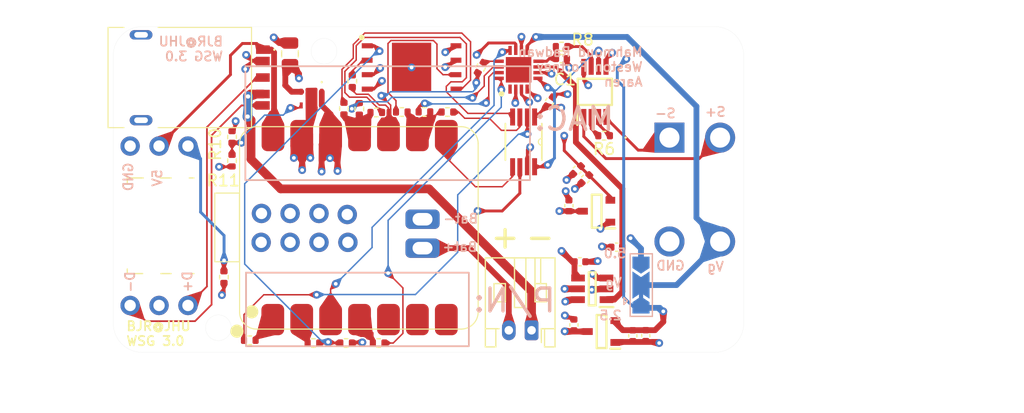
<source format=kicad_pcb>
(kicad_pcb (version 20240108) (generator "pcbnew") (generator_version "8.0")
  (layers (0 "F.Cu" signal "Front") (1 "In1.Cu" signal) (2 "In2.Cu" signal) (31 "B.Cu" signal "Back") (34 "B.Paste" user) (35 "F.Paste" user) (36 "B.SilkS" user "B.Silkscreen") (37 "F.SilkS" user "F.Silkscreen") (38 "B.Mask" user) (39 "F.Mask" user) (44 "Edge.Cuts" user))
  (net 0 "")
  (net 1 "FilteredSig")
  (net 2 "GNDA")
  (net 3 "5V5")
  (net 4 "5V Reference")
  (net 6 "DAC Bias")
  (net 7 "3V3")
  (net 8 "ADC DReady")
  (net 9 "MISO")
  (net 10 "MOSI")
  (net 11 "SCLK")
  (net 12 "CS-ADC")
  (net 14 "S-")
  (net 15 "2V5 Lin")
  (net 16 "5V Lin")
  (net 17 "S+")
  (net 18 "AmplifiedSig")
  (net 19 "CS-MEM")
  (net 20 "5V USB")
  (net 21 "USB_D+")
  (net 22 "USB_D-")
  (net 25 "Net-(PS2-FB)")
  (net 26 "CS-DAC")
  (net 27 "Net-(U1-PA02_A0_D0)")
  (net 28 "Net-(U1-PA4_A1_D1)")
  (net 29 "Net-(U1-PA11_A3_D3)")
  (net 30 "LDAC-DAC")
  (net 31 "Net-(J3-CC)")
  (net 34 "BAT-")
  (net 35 "BAT+")
  (net 42 "MISO_ADC")
  (net 43 "MOSI_ADC")
  (net 44 "SCLK_ADC")
  (net 45 "MISO_FLASH")
  (net 46 "MOSI_FLASH")
  (net 47 "SCLK_FLASH")
  (net 48 "SCLK_DAC")
  (net 49 "MOSI_DAC")
  (net 52 "Gage Excitation")
  (net 54 "Net-(IC3-RG_2)")
  (net 55 "Net-(IC3-RG_1)")
  (footprint "21xt_footprints:AP2120N-2.5TRG1" (layer "F.Cu") (at 42.89 26.78 180)
    (property "Reference" "PS1" (hide yes))
    (property "Value" "AP2120N-2.5TRG1" (hide yes))
  )
  (footprint "21xt_footprints:AP2120N-5.0TRG1" (layer "F.Cu") (at 42.46 16.21 180)
    (property "Reference" "PS3" (hide yes))
    (property "Value" "AP2120N-5.0TRG1" (hide yes))
  )
  (footprint "21xt_footprints:USB_C_PLACE" (layer "F.Cu") (at 1.48 17.49 90)
    (property "Reference" "J3" (hide yes))
    (property "Value" "USB_C_Plug_USB2.0")
  )
  (footprint "Capacitor_SMD:C_0402_1005Metric" (layer "F.Cu") (at 38.32 6.6 -125)
    (property "Reference" "C6" (hide yes))
    (property "Value" ".1uF")
  )
  (footprint "Resistor_SMD:R_0402_1005Metric" (layer "F.Cu") (at 39.38 1.75 180)
    (property "Reference" "R8")
    (property "Value" "1k")
  )
  (footprint "Capacitor_SMD:C_0402_1005Metric" (layer "F.Cu") (at 46.77 27.14 -90)
    (property "Reference" "C5" (hide yes))
    (property "Value" "10uF")
  )
  (footprint "21xt_footprints:SOT95P280X145-6N" (layer "F.Cu") (at 42.07 23.03 180)
    (property "Reference" "IC2" (hide yes))
    (property "Value" "MCP1502T-50E_CHY" (hide yes))
  )
  (footprint "Resistor_SMD:R_0402_1005Metric" (layer "F.Cu") (at 9.72 22 -90)
    (property "Reference" "R13" (hide yes))
    (property "Value" "5k")
  )
  (footprint "Capacitor_SMD:C_0402_1005Metric" (layer "F.Cu") (at 44.22 19.37 180)
    (property "Reference" "C9" (hide yes))
    (property "Value" "1uF")
  )
  (footprint "Capacitor_SMD:C_0805_2012Metric" (layer "F.Cu") (at 15.52 2.39 90)
    (property "Reference" "C8" (hide yes))
    (property "Value" "47uF")
  )
  (footprint "21xt_footprints:AD5626" (layer "F.Cu") (at 36.04 10.12 -90)
    (property "Reference" "U2" (hide yes))
    (property "Value" "AD5626BRMZ")
  )
  (footprint "21xt_footprints:DTF134PG003" (layer "F.Cu") (at 48.85 9.75 180)
    (property "Reference" "J1" (hide yes))
    (property "Value" "ATF13-4P-BM13" (hide yes))
  )
  (footprint "Resistor_SMD:R_0402_1005Metric" (layer "F.Cu") (at 25.34 7.5)
    (property "Reference" "R3" (hide yes))
    (property "Value" "45.5")
  )
  (footprint "Resistor_SMD:R_0402_1005Metric" (layer "F.Cu") (at 32.27 3.6 -120)
    (property "Reference" "R14" (hide yes))
    (property "Value" "45.5")
  )
  (footprint "Capacitor_SMD:C_0402_1005Metric" (layer "F.Cu") (at 41.47 13.38 -135)
    (property "Reference" "C10" (hide yes))
    (property "Value" "1uF")
  )
  (footprint "Capacitor_SMD:C_0402_1005Metric" (layer "F.Cu") (at 40.99 20.65)
    (property "Reference" "C2" (hide yes))
    (property "Value" "0.1uF")
  )
  (footprint "Resistor_SMD:R_0402_1005Metric" (layer "F.Cu") (at 20.45 27.79 180)
    (property "Reference" "R12" (hide yes))
    (property "Value" "100k")
  )
  (footprint "21xt_footprints:SON127P800X600X80-9N-D" (layer "F.Cu") (at 26.2 3.585)
    (property "Reference" "IC4" (hide yes))
    (property "Value" "W25N04KVZEIR" (hide yes))
  )
  (footprint "21xt_footprints:INA827AIDGK" (layer "F.Cu") (at 42.3 5.73 90)
    (property "Reference" "IC3" (hide yes))
    (property "Value" "INA827AIDGK" (hide yes))
  )
  (footprint "Resistor_SMD:R_0402_1005Metric" (layer "F.Cu") (at 11.99 27.55)
    (property "Reference" "R4" (hide yes))
    (property "Value" "45.5")
  )
  (footprint "Resistor_SMD:R_0402_1005Metric" (layer "F.Cu") (at 43.11 9.58 180)
    (property "Reference" "R6")
    (property "Value" "200")
  )
  (footprint "Capacitor_SMD:C_0402_1005Metric" (layer "F.Cu") (at 40.02 15.73 90)
    (property "Reference" "C7" (hide yes))
    (property "Value" "1uF")
  )
  (footprint "Capacitor_SMD:C_0402_1005Metric" (layer "F.Cu") (at 40.74 12.59 -135)
    (property "Reference" "C11" (hide yes))
    (property "Value" "10uF")
  )
  (footprint "Capacitor_SMD:C_0402_1005Metric" (layer "F.Cu") (at 39.36 2.81)
    (property "Reference" "C1")
    (property "Value" "10nF")
  )
  (footprint "Resistor_SMD:R_0402_1005Metric" (layer "F.Cu") (at 10.43 9.69 -90)
    (property "Reference" "R10")
    (property "Value" "80.6k")
  )
  (footprint "Resistor_SMD:R_0402_1005Metric" (layer "F.Cu") (at 29.35 7.5 180)
    (property "Reference" "R2" (hide yes))
    (property "Value" "45.5")
  )
  (footprint "Resistor_SMD:R_0402_1005Metric" (layer "F.Cu") (at 23.31 27.79 180)
    (property "Reference" "R7" (hide yes))
    (property "Value" "45.5")
  )
  (footprint "Resistor_SMD:R_0402_1005Metric" (layer "F.Cu") (at 27.33 7.49)
    (property "Reference" "R1" (hide yes))
    (property "Value" "45.5")
  )
  (footprint "Resistor_SMD:R_0402_1005Metric" (layer "F.Cu") (at 10.43 11.77 -90)
    (property "Reference" "R11")
    (property "Value" "806k")
  )
  (footprint "Capacitor_SMD:C_0402_1005Metric" (layer "F.Cu") (at 45.63 27.15 -90)
    (property "Reference" "C4" (hide yes))
    (property "Value" "1uF")
  )
  (footprint "21xt_footprints:TPSM83100SIUR" (layer "F.Cu") (at 17.41 6.32 -90)
    (property "Reference" "PS2" (hide yes))
    (property "Value" "TPSM83100SIUR" (hide yes))
  )
  (footprint "Resistor_SMD:R_0402_1005Metric" (layer "F.Cu") (at 20.99 4.79 -90)
    (property "Reference" "R16" (hide yes))
    (property "Value" "45.5")
  )
  (footprint "21xt_footprints:QFN50P350X350X100-17N-D" (layer "F.Cu") (at 35.6 3.79 90)
    (property "Reference" "IC1" (hide yes))
    (property "Value" "ADS1120IRVAR" (hide yes))
  )
  (footprint "Capacitor_SMD:C_0402_1005Metric" (layer "F.Cu") (at 40.46 26.2 90)
    (property "Reference" "C3" (hide yes))
    (property "Value" "1uF")
  )
  (footprint "Connector_JST:JST_PH_S2B-PH-K_1x02_P2.00mm_Horizontal" (layer "F.Cu") (at 36.74 26.67 180)
    (property "Reference" "J4" (hide yes))
    (property "Value" "Conn_01x02")
  )
  (footprint "21xt_footprints:esp32 c6 smt" (layer "F.Cu") (at 21.6085 17.4484 90)
    (property "Reference" "U1" (hide yes))
    (property "Value" "esp32 c6 xiao")
  )
  (footprint "Resistor_SMD:R_0402_1005Metric" (layer "F.Cu") (at 21.61 7.22 -90)
    (property "Reference" "R17" (hide yes))
    (property "Value" "45.5")
  )
  (footprint "21xt_footprints:SJ3541ASSMTTR67" (layer "F.Cu") (at 5.19 4.47)
    (property "Reference" "J2" (hide yes))
    (property "Value" "SJ-3541AS-SMT-TR-67" (hide yes))
  )
  (footprint "Resistor_SMD:R_0402_1005Metric" (layer "F.Cu") (at 20.26 7.2 -90)
    (property "Reference" "R19" (hide yes))
    (property "Value" "45.5")
  )
  (footprint "Resistor_SMD:R_0402_1005Metric" (layer "F.Cu") (at 17.58 27.79 180)
    (property "Reference" "R5" (hide yes))
    (property "Value" "45.5")
  )
  (footprint "Resistor_SMD:R_0402_1005Metric" (layer "F.Cu") (at 23.1 7.54 180)
    (property "Reference" "R18" (hide yes))
    (property "Value" "45.5")
  )
  (footprint "21xt_footprints:SolderJumper-3_P2.0mm_Open_TrianglePad1.0x1.5mm" (layer "B.Cu") (at 46.35 22.7 90)
    (property "Reference" "JP1" (hide yes))
    (property "Value" "Jumper_3_Bridged12")
  )
  (gr_rect (start 11.66 21.61) (end 31.23 28.07) (stroke (width 0.1524)) (fill none) (layer "B.SilkS"))
  (gr_rect (start 11.6 3.48) (end 36.6 13.48) (stroke (width 0.1524)) (fill none) (layer "B.SilkS"))
  (gr_arc (start 52.832 0) (mid 54.62805 0.74395) (end 55.372 2.54) (stroke (width 0.01)) (layer "Edge.Cuts"))
  (gr_circle (center 18.51025 2.159127) (end 19.64055 2.159127) (stroke (width 0.01)) (fill none) (layer "Edge.Cuts"))
  (gr_line (start 2.54 28.60675) (end 52.832 28.60675) (stroke (width 0.01)) (layer "Edge.Cuts"))
  (gr_arc (start 55.372 26.06675) (mid 54.628051 27.862801) (end 52.832 28.60675) (stroke (width 0.01)) (layer "Edge.Cuts"))
  (gr_circle (center 9.23125 26.447877) (end 10.36155 26.447877) (stroke (width 0.01)) (fill none) (layer "Edge.Cuts"))
  (gr_line (start 52.832 0) (end 2.54 0) (stroke (width 0.01)) (layer "Edge.Cuts"))
  (gr_line (start 55.372 26.06675) (end 55.372 2.54) (stroke (width 0.01)) (layer "Edge.Cuts"))
  (gr_arc (start 0 2.54) (mid 0.743949 0.743949) (end 2.54 0) (stroke (width 0.01)) (layer "Edge.Cuts"))
  (gr_arc (start 2.54 28.60675) (mid 0.743948 27.862801) (end 0 26.06675) (stroke (width 0.01)) (layer "Edge.Cuts"))
  (gr_line (start 0 2.54) (end 0 26.06675) (stroke (width 0.01)) (layer "Edge.Cuts"))
  (gr_text "Vg" (at 53.71 21.56 0) (layer "B.SilkS") (effects (font (size 0.8128 0.8128) (thickness 0.1524) (bold yes)) (justify left bottom mirror)))
  (gr_text "BJR@JHU\nWSG 3.0" (at 9.72 3.09 0) (layer "B.SilkS") (effects (font (size 0.8128 0.8128) (thickness 0.1524) (bold yes)) (justify left bottom mirror)))
  (gr_text "Vg\n" (at 44.75 22.96 0) (layer "B.SilkS") (effects (font (size 0.8128 0.8128) (thickness 0.1524) (bold yes)) (justify left bottom mirror)))
  (gr_text "5.0" (at 45.13 20.39 0) (layer "B.SilkS") (effects (font (size 0.8128 0.8128) (thickness 0.1524) (bold yes)) (justify left bottom mirror)))
  (gr_text "Bat-" (at 32.13 17.34 0) (layer "B.SilkS") (effects (font (size 0.8128 0.8128) (thickness 0.1524) (bold yes)) (justify left bottom mirror)))
  (gr_text "S+" (at 53.87 7.96 0) (layer "B.SilkS") (effects (font (size 0.8128 0.8128) (thickness 0.1524) (bold yes)) (justify left bottom mirror)))
  (gr_text "Mahmoud Radwan\nWeston Fortney\nAaren" (at 46.58 5.32 0) (layer "B.SilkS") (effects (font (size 0.8128 0.8128) (thickness 0.1524) (bold yes)) (justify left bottom mirror)))
  (gr_text "GND" (at 50.28 21.47 0) (layer "B.SilkS") (effects (font (size 0.8128 0.8128) (thickness 0.1524) (bold yes)) (justify left bottom mirror)))
  (gr_text "GND" (at 1.79 11.86 90) (layer "B.SilkS") (effects (font (size 0.8128 0.8128) (thickness 0.1524) (bold yes)) (justify left bottom mirror)))
  (gr_text "MAC:" (at 44.16 9.28 0) (layer "B.SilkS") (effects (font (size 2 2) (thickness 0.3)) (justify left bottom mirror)))
  (gr_text "5V" (at 4.34 12.46 90) (layer "B.SilkS") (effects (font (size 0.8128 0.8128) (thickness 0.1524) (bold yes)) (justify left bottom mirror)))
  (gr_text "D+" (at 6.98 21.39 90) (layer "B.SilkS") (effects (font (size 0.8128 0.8128) (thickness 0.1524) (bold yes)) (justify left bottom mirror)))
  (gr_text "D-" (at 1.95 21.41 90) (layer "B.SilkS") (effects (font (size 0.8128 0.8128) (thickness 0.1524) (bold yes)) (justify left bottom mirror)))
  (gr_text "Bat+" (at 32.05 19.82 0) (layer "B.SilkS") (effects (font (size 0.8128 0.8128) (thickness 0.1524) (bold yes)) (justify left bottom mirror)))
  (gr_text "S-" (at 49.48 8.09 0) (layer "B.SilkS") (effects (font (size 0.8128 0.8128) (thickness 0.1524) (bold yes)) (justify left bottom mirror)))
  (gr_text "2.5" (at 44.74 25.84 0) (layer "B.SilkS") (effects (font (size 0.8128 0.8128) (thickness 0.1524) (bold yes)) (justify left bottom mirror)))
  (gr_text "P/N:" (at 39 25.22 0) (layer "B.SilkS") (effects (font (size 2 2) (thickness 0.3)) (justify left bottom mirror)))
  (gr_text "BJR@JHU\nWSG 3.0" (at 1.07 28.09 0) (layer "F.SilkS") (effects (font (size 0.8128 0.8128) (thickness 0.1524) (bold yes)) (justify left bottom)))
  (gr_text "+" (at 32.98 19.62 0) (layer "F.SilkS") (effects (font (size 2 2) (thickness 0.3)) (justify left bottom)))
  (gr_text "-" (at 36.06 19.62 0) (layer "F.SilkS") (effects (font (size 2 2) (thickness 0.3)) (justify left bottom)))
  (segment (start 38.07 3.04) (end 38.3 2.81) (width 0.254) (layer "F.Cu") (net 1))
  (segment (start 38.87 2.8) (end 38.88 2.81) (width 0.254) (layer "F.Cu") (net 1))
  (segment (start 37.3 3.04) (end 38.07 3.04) (width 0.254) (layer "F.Cu") (net 1))
  (segment (start 38.87 1.75) (end 38.87 2.8) (width 0.254) (layer "F.Cu") (net 1))
  (segment (start 38.3 2.81) (end 38.88 2.81) (width 0.254) (layer "F.Cu") (net 1))
  (segment (start 42.93 19.31) (end 42.99 19.37) (width 0.254) (layer "F.Cu") (net 2))
  (segment (start 42.92 19.31) (end 42.93 19.31) (width 0.254) (layer "F.Cu") (net 2))
  (segment (start 16.59 9.605) (end 16.55 9.565) (width 0.508) (layer "F.Cu") (net 2))
  (segment (start 9.72 22.51) (end 9.72 23.4) (width 0.254) (layer "F.Cu") (net 2))
  (segment (start 9.72 23.4) (end 9.54 23.58) (width 0.254) (layer "F.Cu") (net 2))
  (segment (start 15.52 1.44) (end 14.58 1.44) (width 0.508) (layer "F.Cu") (net 2))
  (segment (start 40.02 15.25) (end 39.87 15.1) (width 0.254) (layer "F.Cu") (net 2))
  (segment (start 42.49 20.65) (end 41.47 20.65) (width 0.508) (layer "F.Cu") (net 2))
  (segment (start 16.59 12.6) (end 16.59 9.605) (width 0.508) (layer "F.Cu") (net 2))
  (segment (start 10.75 8.86) (end 10.43 9.18) (width 0.127) (layer "F.Cu") (net 2))
  (segment (start 39.87 15.1) (end 39.87 14.58) (width 0.254) (layer "F.Cu") (net 2))
  (segment (start 39.66 25.37) (end 39.91 25.37) (width 0.127) (layer "F.Cu") (net 2))
  (segment (start 40.26 25.72) (end 40.46 25.72) (width 0.127) (layer "F.Cu") (net 2))
  (segment (start 35.85 5.49) (end 35.85 5.96) (width 0.254) (layer "F.Cu") (net 2))
  (segment (start 11.67 2.48) (end 12.21 3.02) (width 0.254) (layer "F.Cu") (net 2))
  (segment (start 14.58 1.44) (end 14.09 0.95) (width 0.508) (layer "F.Cu") (net 2))
  (segment (start 11.59 3.64) (end 12.21 3.02) (width 0.254) (layer "F.Cu") (net 2))
  (segment (start 42.1 21.72) (end 42.46 22.08) (width 0.508) (layer "F.Cu") (net 2))
  (segment (start 15.86 10.255) (end 16.55 9.565) (width 0.508) (layer "F.Cu") (net 2))
  (segment (start 40.62 14.26) (end 40.7 14.18) (width 0.254) (layer "F.Cu") (net 2))
  (segment (start 39.87 14.58) (end 39.74 14.45) (width 0.254) (layer "F.Cu") (net 2))
  (segment (start 17.3 10.315) (end 16.55 9.565) (width 0.508) (layer "F.Cu") (net 2))
  (segment (start 39.84 3.4) (end 39.84 2.81) (width 0.254) (layer "F.Cu") (net 2))
  (segment (start 39.91 25.37) (end 40.26 25.72) (width 0.127) (layer "F.Cu") (net 2))
  (segment (start 15.86 11.53) (end 15.86 10.255) (width 0.508) (layer "F.Cu") (net 2))
  (segment (start 40.7 14.18) (end 40.7 14.15) (width 0.254) (layer "F.Cu") (net 2))
  (segment (start 42.08 23.06) (end 43.29 23.06) (width 0.508) (layer "F.Cu") (net 2))
  (segment (start 17.3 11.53) (end 17.3 10.315) (width 0.508) (layer "F.Cu") (net 2))
  (segment (start 10.75 8.3) (end 10.75 8.86) (width 0.127) (layer "F.Cu") (net 2))
  (segment (start 27.1281 16.95) (end 27.1617 16.9164) (width 0.762) (layer "F.Cu") (net 2))
  (segment (start 43.96 27.695) (end 47.855 27.695) (width 0.508) (layer "F.Cu") (net 2))
  (segment (start 40.54 14.26) (end 40.62 14.26) (width 0.254) (layer "F.Cu") (net 2))
  (segment (start 37.15 6.29) (end 36.35 5.49) (width 0.254) (layer "F.Cu") (net 2))
  (segment (start 39.9061 5.93) (end 38.872124 5.93) (width 0.254) (layer "F.Cu") (net 2))
  (segment (start 36.62 10.58) (end 36.3702 10.8298) (width 0.254) (layer "F.Cu") (net 2))
  (segment (start 38.872124 5.93) (end 38.595317 6.206807) (width 0.254) (layer "F.Cu") (net 2))
  (segment (start 35.85 5.96) (end 36.53 6.64) (width 0.254) (layer "F.Cu") (net 2))
  (segment (start 12.21 3.02) (end 13.14 3.02) (width 0.254) (layer "F.Cu") (net 2))
  (segment (start 40.350589 12.929411) (end 40.400589 12.929411) (width 0.254) (layer "F.Cu") (net 2))
  (segment (start 43.275 3.53) (end 43.275 2.825) (width 0.254) (layer "F.Cu") (net 2))
  (segment (start 40.05 3.61) (end 39.84 3.4) (width 0.254) (layer "F.Cu") (net 2))
  (segment (start 40.7 14.15) (end 41.130589 13.719411) (width 0.254) (layer "F.Cu") (net 2))
  (segment (start 43.275 2.825) (end 43.81 2.29) (width 0.254) (layer "F.Cu") (net 2))
  (segment (start 37.28 6.29) (end 37.15 6.29) (width 0.254) (layer "F.Cu") (net 2))
  (segment (start 42.99 19.37) (end 43.74 19.37) (width 0.254) (layer "F.Cu") (net 2))
  (segment (start 42.55 20.59) (end 42.49 20.65) (width 0.508) (layer "F.Cu") (net 2))
  (segment (start 23.5966 4.76) (end 22.8666 5.49) (width 0.254) (layer "F.Cu") (net 2))
  (segment (start 11.59 3.73) (end 11.59 3.64) (width 0.254) (layer "F.Cu") (net 2))
  (segment (start 35.31 6.71) (end 35.35 6.67) (width 0.254) (layer "F.Cu") (net 2))
  (segment (start 22.8666 5.49) (end 22.3 5.49) (width 0.254) (layer "F.Cu") (net 2))
  (segment (start 43.37 17.17) (end 43.66 17.17) (width 0.254) (layer "F.Cu") (net 2))
  (segment (start 35.35 6.67) (end 35.35 5.49) (width 0.254) (layer "F.Cu") (net 2))
  (segment (start 47.855 27.695) (end 47.95 27.79) (width 0.508) (layer "F.Cu") (net 2))
  (segment (start 42.78 17.76) (end 43.37 17.17) (width 0.254) (layer "F.Cu") (net 2))
  (segment (start 36.3702 10.8298) (end 36.3702 12.3044) (width 0.254) (layer "F.Cu") (net 2))
  (segment (start 42.03 23.11) (end 42.08 23.06) (width 0.508) (layer "F.Cu") (net 2))
  (segment (start 42.46 22.08) (end 43.32 22.08) (width 0.508) (layer "F.Cu") (net 2))
  (segment (start 43.29 23.06) (end 43.32 23.03) (width 0.508) (layer "F.Cu") (net 2))
  (segment (start 39.81 13.47) (end 40.350589 12.929411) (width 0.254) (layer "F.Cu") (net 2))
  (segment (start 38.49 4.1369) (end 38.3931 4.04) (width 0.254) (layer "F.Cu") (net 2))
  (segment (start 39.64 23.03) (end 40.82 23.03) (width 0.508) (layer "F.Cu") (net 2))
  (segment (start 38.3931 4.04) (end 37.3 4.04) (width 0.254) (layer "F.Cu") (net 2))
  (via (at 36.53 6.64) (size 0.6858) (drill 0.3302) (layers "F.Cu" "B.Cu") (net 2))
  (via (at 35.31 6.71) (size 0.6858) (drill 0.3302) (layers "F.Cu" "B.Cu") (net 2))
  (via (at 15.86 11.53) (size 0.6858) (drill 0.3302) (layers "F.Cu" "B.Cu") (net 2))
  (via (at 39.74 14.45) (size 0.6858) (drill 0.3302) (layers "F.Cu" "B.Cu") (net 2))
  (via (at 26.2 3.585) (size 0.6858) (drill 0.3302) (layers "F.Cu" "B.Cu") (net 2))
  (via (at 42.55 20.59) (size 0.6858) (drill 0.3302) (layers "F.Cu" "B.Cu") (net 2))
  (via (at 10.75 8.3) (size 0.6858) (drill 0.3302) (layers "F.Cu" "B.Cu") (net 2))
  (via (at 11.59 3.73) (size 0.6858) (drill 0.3302) (layers "F.Cu" "B.Cu") (net 2))
  (via (at 42.1 21.72) (size 0.6858) (drill 0.3302) (layers "F.Cu" "B.Cu") (net 2))
  (via (at 42.03 23.11) (size 0.6858) (drill 0.3302) (layers "F.Cu" "B.Cu") (net 2))
  (via (at 11.67 2.48) (size 0.6858) (drill 0.3302) (layers "F.Cu" "B.Cu") (net 2))
  (via (at 37.28 6.29) (size 0.6858) (drill 0.3302) (layers "F.Cu" "B.Cu") (net 2))
  (via (at 42.92 19.31) (size 0.6858) (drill 0.3302) (layers "F.Cu" "B.Cu") (net 2))
  (via (at 23.5966 4.76) (size 0.6858) (drill 0.3302) (layers "F.Cu" "B.Cu") (net 2))
  (via (at 9.54 23.58) (size 0.6858) (drill 0.3302) (layers "F.Cu" "B.Cu") (net 2))
  (via (at 42.78 17.76) (size 0.6858) (drill 0.3302) (layers "F.Cu" "B.Cu") (net 2))
  (via (at 43.81 2.29) (size 0.6858) (drill 0.3302) (layers "F.Cu" "B.Cu") (net 2))
  (via (at 39.66 25.37) (size 0.6858) (drill 0.3302) (layers "F.Cu" "B.Cu") (net 2))
  (via (at 40.54 14.26) (size 0.6858) (drill 0.3302) (layers "F.Cu" "B.Cu") (net 2))
  (via (at 39.81 13.47) (size 0.6858) (drill 0.3302) (layers "F.Cu" "B.Cu") (net 2))
  (via (at 38.49 4.1369) (size 0.6858) (drill 0.3302) (layers "F.Cu" "B.Cu") (net 2))
  (via (at 39.64 23.03) (size 0.6858) (drill 0.3302) (layers "F.Cu" "B.Cu") (net 2))
  (via (at 39.9061 5.93) (size 0.6858) (drill 0.3302) (layers "F.Cu" "B.Cu") (net 2))
  (via (at 16.59 12.6) (size 0.6858) (drill 0.3302) (layers "F.Cu" "B.Cu") (net 2))
  (via (at 40.05 3.61) (size 0.6858) (drill 0.3302) (layers "F.Cu" "B.Cu") (net 2))
  (via (at 14.09 0.95) (size 0.6858) (drill 0.3302) (layers "F.Cu" "B.Cu") (net 2))
  (via (at 36.62 10.58) (size 0.6858) (drill 0.3302) (layers "F.Cu" "B.Cu") (net 2))
  (via (at 17.3 11.53) (size 0.6858) (drill 0.3302) (layers "F.Cu" "B.Cu") (net 2))
  (via (at 47.95 27.79) (size 0.6858) (drill 0.3302) (layers "F.Cu" "B.Cu") (net 2))
  (segment (start 39.37 19.7) (end 40.51 20.84) (width 0.508) (layer "F.Cu") (net 3))
  (segment (start 15.11 3.75) (end 15.52 3.34) (width 0.508) (layer "F.Cu") (net 3))
  (segment (start 10.43 12.28) (end 10.4 12.31) (width 0.127) (layer "F.Cu") (net 3))
  (segment (start 39.26 16.19) (end 40 16.19) (width 0.254) (layer "F.Cu") (net 3))
  (segment (start 16.31 4.54) (end 16.31 4.13) (width 0.508) (layer "F.Cu") (net 3))
  (segment (start 39.26 16.19) (end 39.19 16.19) (width 0.254) (layer "F.Cu") (net 3))
  (segment (start 39.7 24.15) (end 39.86 23.99) (width 0.508) (layer "F.Cu") (net 3))
  (segment (start 39.19 16.19) (end 39.18 16.2) (width 0.254) (layer "F.Cu") (net 3))
  (segment (start 39.65 26.76) (end 39.67 26.78) (width 0.508) (layer "F.Cu") (net 3))
  (segment (start 40.51 20.84) (end 40.51 21.77) (width 0.508) (layer "F.Cu") (net 3))
  (segment (start 40 16.19) (end 40.02 16.21) (width 0.254) (layer "F.Cu") (net 3))
  (segment (start 39.86 23.99) (end 40.81 23.99) (width 0.508) (layer "F.Cu") (net 3))
  (segment (start 41.26 16.21) (end 40.02 16.21) (width 0.254) (layer "F.Cu") (net 3))
  (segment (start 41.82 26.78) (end 39.67 26.78) (width 0.508) (layer "F.Cu") (net 3))
  (segment (start 40.81 23.99) (end 40.82 23.98) (width 0.508) (layer "F.Cu") (net 3))
  (segment (start 10.4 12.31) (end 9.29 12.31) (width 0.127) (layer "F.Cu") (net 3))
  (segment (start 15.11 5.14) (end 15.11 3.75) (width 0.508) (layer "F.Cu") (net 3))
  (segment (start 16.31 4.13) (end 15.52 3.34) (width 0.508) (layer "F.Cu") (net 3))
  (segment (start 15.1 5.15) (end 15.11 5.14) (width 0.508) (layer "F.Cu") (net 3))
  (segment (start 40.51 21.77) (end 40.82 22.08) (width 0.508) (layer "F.Cu") (net 3))
  (segment (start 15.67 5.72) (end 15.1 5.15) (width 0.508) (layer "F.Cu") (net 3))
  (segment (start 16.51 5.72) (end 15.67 5.72) (width 0.508) (layer "F.Cu") (net 3))
  (segment (start 35.85 0.89) (end 35.85 2.09) (width 0.254) (layer "F.Cu") (net 3))
  (via (at 9.29 12.31) (size 0.6858) (drill 0.3302) (layers "F.Cu" "B.Cu") (net 3))
  (via (at 16.31 4.54) (size 0.6858) (drill 0.3302) (layers "F.Cu" "B.Cu") (net 3))
  (via (at 39.37 19.7) (size 0.6858) (drill 0.3302) (layers "F.Cu" "B.Cu") (net 3))
  (via (at 39.7 24.15) (size 0.6858) (drill 0.3302) (layers "F.Cu" "B.Cu") (net 3))
  (via (at 39.65 26.76) (size 0.6858) (drill 0.3302) (layers "F.Cu" "B.Cu") (net 3))
  (via (at 35.85 0.89) (size 0.6858) (drill 0.3302) (layers "F.Cu" "B.Cu") (net 3))
  (via (at 39.18 16.2) (size 0.6858) (drill 0.3302) (layers "F.Cu" "B.Cu") (net 3))
  (segment (start 38.87 3.54) (end 39.24 3.91) (width 0.254) (layer "F.Cu") (net 4))
  (segment (start 39.24 3.91) (end 40.63 5.3) (width 0.508) (layer "F.Cu") (net 4))
  (segment (start 44.003 23.98) (end 43.32 23.98) (width 0.508) (layer "F.Cu") (net 4))
  (segment (start 44.71 14.23) (end 44.71 23.273) (width 0.508) (layer "F.Cu") (net 4))
  (segment (start 37.3 3.54) (end 38.87 3.54) (width 0.254) (layer "F.Cu") (net 4))
  (segment (start 40.63 10.15) (end 44.71 14.23) (width 0.508) (layer "F.Cu") (net 4))
  (segment (start 44.71 23.273) (end 44.003 23.98) (width 0.508) (layer "F.Cu") (net 4))
  (segment (start 40.63 5.3) (end 40.63 10.15) (width 0.508) (layer "F.Cu") (net 4))
  (segment (start 37.9956 12.3044) (end 38.16 12.14) (width 0.254) (layer "F.Cu") (net 6))
  (segment (start 42.625 2.095) (end 42.625 3.53) (width 0.127) (layer "F.Cu") (net 6))
  (segment (start 38.15 5.36) (end 38.12 5.36) (width 0.254) (layer "F.Cu") (net 6))
  (segment (start 37.0052 12.3044) (end 37.9956 12.3044) (width 0.254) (layer "F.Cu") (net 6))
  (segment (start 38.12 5.36) (end 37.3 4.54) (width 0.254) (layer "F.Cu") (net 6))
  (via (at 38.15 5.36) (size 0.6858) (drill 0.3302) (layers "F.Cu" "B.Cu") (net 6))
  (via (at 42.625 2.095) (size 0.6858) (drill 0.3302) (layers "F.Cu" "B.Cu") (net 6))
  (via (at 38.16 12.14) (size 0.6858) (drill 0.3302) (layers "F.Cu" "B.Cu") (net 6))
  (segment (start 38.652072 5.587928) (end 38.75 5.685856) (width 0.254) (layer "B.Cu") (net 6))
  (segment (start 38.424144 5.36) (end 38.652072 5.587928) (width 0.254) (layer "B.Cu") (net 6))
  (segment (start 38.75 5.685856) (end 38.75 11.55) (width 0.254) (layer "B.Cu") (net 6))
  (segment (start 38.75 11.55) (end 38.16 12.14) (width 0.254) (layer "B.Cu") (net 6))
  (segment (start 38.912072 5.587928) (end 38.652072 5.587928) (width 0.127) (layer "B.Cu") (net 6))
  (segment (start 42.405 2.095) (end 38.912072 5.587928) (width 0.127) (layer "B.Cu") (net 6))
  (segment (start 42.625 2.095) (end 42.405 2.095) (width 0.127) (layer "B.Cu") (net 6))
  (segment (start 38.15 5.36) (end 38.424144 5.36) (width 0.254) (layer "B.Cu") (net 6))
  (segment (start 29.36 2.25) (end 29.93 1.68) (width 0.254) (layer "F.Cu") (net 7))
  (segment (start 29.93 1.68) (end 30.1 1.68) (width 0.254) (layer "F.Cu") (net 7))
  (segment (start 21.02 27.73) (end 21.88 27.73) (width 0.127) (layer "F.Cu") (net 7))
  (segment (start 18.3 10.355) (end 19.09 9.565) (width 0.508) (layer "F.Cu") (net 7))
  (segment (start 18.3 12.73) (end 18.3 10.355) (width 0.508) (layer "F.Cu") (net 7))
  (segment (start 19.7 10.175) (end 19.09 9.565) (width 0.508) (layer "F.Cu") (net 7))
  (segment (start 34.16 16.19) (end 35.7098 14.6402) (width 0.254) (layer "F.Cu") (net 7))
  (segment (start 19.7 12.68) (end 19.7 10.175) (width 0.508) (layer "F.Cu") (net 7))
  (segment (start 29.96 2.95) (end 30.1 2.95) (width 0.254) (layer "F.Cu") (net 7))
  (segment (start 32.9574 1.436) (end 35.254 1.436) (width 0.254) (layer "F.Cu") (net 7))
  (segment (start 20.96 27.79) (end 21.02 27.73) (width 0.127) (layer "F.Cu") (net 7))
  (segment (start 23.44 3.64) (end 22.86 4.22) (width 0.254) (layer "F.Cu") (net 7))
  (segment (start 29.16 2.25) (end 29.36 2.25) (width 0.254) (layer "F.Cu") (net 7))
  (segment (start 29.15 3.56) (end 29.35 3.56) (width 0.254) (layer "F.Cu") (net 7))
  (segment (start 29.35 3.56) (end 29.96 2.95) (width 0.254) (layer "F.Cu") (net 7))
  (segment (start 19.09 7.7) (end 18.31 6.92) (width 0.508) (layer "F.Cu") (net 7))
  (segment (start 31.9134 2.48) (end 32.9574 1.436) (width 0.254) (layer "F.Cu") (net 7))
  (segment (start 19.03 11.55) (end 19.03 9.625) (width 0.508) (layer "F.Cu") (net 7))
  (segment (start 19.03 9.625) (end 19.09 9.565) (width 0.508) (layer "F.Cu") (net 7))
  (segment (start 18.31 6.92) (end 18.31 5.72) (width 0.508) (layer "F.Cu") (net 7))
  (segment (start 35.35 1.532) (end 35.35 2.09) (width 0.254) (layer "F.Cu") (net 7))
  (segment (start 32 16.19) (end 34.16 16.19) (width 0.254) (layer "F.Cu") (net 7))
  (segment (start 19.09 9.565) (end 19.09 7.7) (width 0.508) (layer "F.Cu") (net 7))
  (segment (start 35.254 1.436) (end 35.35 1.532) (width 0.254) (layer "F.Cu") (net 7))
  (segment (start 22.86 4.22) (end 22.3 4.22) (width 0.254) (layer "F.Cu") (net 7))
  (segment (start 35.7098 14.6402) (end 35.7098 12.3044) (width 0.254) (layer "F.Cu") (net 7))
  (via (at 31.9134 2.48) (size 0.6858) (drill 0.3302) (layers "F.Cu" "B.Cu") (net 7))
  (via (at 32 16.19) (size 0.6858) (drill 0.3302) (layers "F.Cu" "B.Cu") (net 7))
  (via (at 19.03 11.55) (size 0.6858) (drill 0.3302) (layers "F.Cu" "B.Cu") (net 7))
  (via (at 29.15 3.56) (size 0.6858) (drill 0.3302) (layers "F.Cu" "B.Cu") (net 7))
  (via (at 19.7 12.68) (size 0.6858) (drill 0.3302) (layers "F.Cu" "B.Cu") (net 7))
  (via (at 29.16 2.25) (size 0.6858) (drill 0.3302) (layers "F.Cu" "B.Cu") (net 7))
  (via (at 23.44 3.64) (size 0.6858) (drill 0.3302) (layers "F.Cu" "B.Cu") (net 7))
  (via (at 21.88 27.73) (size 0.6858) (drill 0.3302) (layers "F.Cu" "B.Cu") (net 7))
  (via (at 18.3 12.73) (size 0.6858) (drill 0.3302) (layers "F.Cu" "B.Cu") (net 7))
  (segment (start 19.09 23.04) (end 19.09 25.73) (width 0.127) (layer "F.Cu") (net 8))
  (segment (start 34.31 2.09) (end 34.16 2.24) (width 0.127) (layer "F.Cu") (net 8))
  (segment (start 19.54 22.59) (end 19.09 23.04) (width 0.127) (layer "F.Cu") (net 8))
  (segment (start 34.85 2.09) (end 34.31 2.09) (width 0.127) (layer "F.Cu") (net 8))
  (via (at 19.54 22.59) (size 0.6858) (drill 0.3302) (layers "F.Cu" "B.Cu") (net 8))
  (via (at 34.16 2.24) (size 0.6858) (drill 0.3302) (layers "F.Cu" "B.Cu") (net 8))
  (segment (start 22.73 19.4) (end 19.54 22.59) (width 0.127) (layer "B.Cu") (net 8))
  (segment (start 22.73 17.63) (end 22.73 19.4) (width 0.127) (layer "B.Cu") (net 8))
  (segment (start 33.4435 6.9165) (end 22.73 17.63) (width 0.127) (layer "B.Cu") (net 8))
  (segment (start 34.16 2.24) (end 33.4435 2.9565) (width 0.127) (layer "B.Cu") (net 8))
  (segment (start 33.4435 2.9565) (end 33.4435 6.9165) (width 0.127) (layer "B.Cu") (net 8))
  (segment (start 20.99 5.57) (end 20.99 5.3) (width 0.127) (layer "F.Cu") (net 9))
  (segment (start 23.54 6.0666) (end 23.54 6.07) (width 0.127) (layer "F.Cu") (net 9))
  (segment (start 24.36 9.375) (end 24.17 9.565) (width 0.127) (layer "F.Cu") (net 9))
  (segment (start 24.17 9.565) (end 24.16 9.555) (width 0.127) (layer "F.Cu") (net 9))
  (segment (start 23.54 6.07) (end 24.36 6.89) (width 0.127) (layer "F.Cu") (net 9))
  (segment (start 22.41 5.94) (end 21.36 5.94) (width 0.127) (layer "F.Cu") (net 9))
  (segment (start 23.91 6.89) (end 23.36 6.89) (width 0.127) (layer "F.Cu") (net 9))
  (segment (start 24.36 6.89) (end 24.36 9.375) (width 0.127) (layer "F.Cu") (net 9))
  (segment (start 21.36 5.94) (end 20.99 5.57) (width 0.127) (layer "F.Cu") (net 9))
  (segment (start 32.015 4.041673) (end 32.015 4.794595) (width 0.127) (layer "F.Cu") (net 9))
  (segment (start 32.015 4.794595) (end 31.884079 4.925516) (width 0.127) (layer "F.Cu") (net 9))
  (segment (start 24.16 7.14) (end 23.91 6.89) (width 0.127) (layer "F.Cu") (net 9))
  (segment (start 23.36 6.89) (end 22.41 5.94) (width 0.127) (layer "F.Cu") (net 9))
  (segment (start 24.16 9.555) (end 24.16 7.14) (width 0.127) (layer "F.Cu") (net 9))
  (via (at 23.54 6.0666) (size 0.6858) (drill 0.3302) (layers "F.Cu" "B.Cu") (net 9))
  (via (at 31.884079 4.925516) (size 0.6858) (drill 0.3302) (layers "F.Cu" "B.Cu") (net 9))
  (segment (start 31.9 5.39) (end 31.9 4.941437) (width 0.127) (layer "B.Cu") (net 9))
  (segment (start 31.57 5.72) (end 24.35 5.72) (width 0.127) (layer "B.Cu") (net 9))
  (segment (start 31.9 4.941437) (end 31.884079 4.925516) (width 0.127) (layer "B.Cu") (net 9))
  (segment (start 31.9 5.39) (end 31.57 5.72) (width 0.127) (layer "B.Cu") (net 9))
  (segment (start 24.0034 6.0666) (end 23.54 6.0666) (width 0.127) (layer "B.Cu") (net 9))
  (segment (start 24.35 5.72) (end 24.0034 6.0666) (width 0.127) (layer "B.Cu") (net 9))
  (segment (start 20.26 8.195) (end 20.26 7.71) (width 0.127) (layer "F.Cu") (net 10))
  (segment (start 21.63 9.565) (end 21.63 7.83) (width 0.127) (layer "F.Cu") (net 10))
  (segment (start 21.63 9.565) (end 20.26 8.195) (width 0.127) (layer "F.Cu") (net 10))
  (segment (start 21.55 7.75) (end 21.6 7.75) (width 0.127) (layer "F.Cu") (net 10))
  (segment (start 21.63 7.83) (end 21.55 7.75) (width 0.127) (layer "F.Cu") (net 10))
  (segment (start 22.59 8.605) (end 22.59 7.54) (width 0.127) (layer "F.Cu") (net 10))
  (segment (start 21.63 9.565) (end 22.59 8.605) (width 0.127) (layer "F.Cu") (net 10))
  (segment (start 21.63 7.83) (end 21.61 7.81) (width 0.127) (layer "F.Cu") (net 10))
  (segment (start 21.61 7.81) (end 21.61 7.73) (width 0.127) (layer "F.Cu") (net 10))
  (segment (start 26.71 9.39) (end 28.6 7.5) (width 0.127) (layer "F.Cu") (net 11))
  (segment (start 26.71 9.565) (end 26.71 9.39) (width 0.127) (layer "F.Cu") (net 11))
  (segment (start 27.84 8.435) (end 27.84 7.49) (width 0.127) (layer "F.Cu") (net 11))
  (segment (start 25.85 8.705) (end 25.85 7.5) (width 0.127) (layer "F.Cu") (net 11))
  (segment (start 26.71 9.565) (end 27.84 8.435) (width 0.127) (layer "F.Cu") (net 11))
  (segment (start 26.71 9.565) (end 25.85 8.705) (width 0.127) (layer "F.Cu") (net 11))
  (segment (start 28.6 7.5) (end 28.84 7.5) (width 0.127) (layer "F.Cu") (net 11))
  (segment (start 23.82 27.79) (end 24.59 27.79) (width 0.127) (layer "F.Cu") (net 12))
  (segment (start 24.59 27.79) (end 25.44 26.94) (width 0.127) (layer "F.Cu") (net 12))
  (segment (start 25.44 22.95) (end 24.14 21.65) (width 0.127) (layer "F.Cu") (net 12))
  (segment (start 34.08 5.53) (end 34.08 4.72) (width 0.127) (layer "F.Cu") (net 12))
  (segment (start 25.44 26.94) (end 25.44 22.95) (width 0.127) (layer "F.Cu") (net 12))
  (segment (start 34.08 4.72) (end 33.9 4.54) (width 0.127) (layer "F.Cu") (net 12))
  (via (at 34.08 5.53) (size 0.6858) (drill 0.3302) (layers "F.Cu" "B.Cu") (net 12))
  (via (at 24.14 21.65) (size 0.6858) (drill 0.3302) (layers "F.Cu" "B.Cu") (net 12))
  (segment (start 34.08 7.07) (end 34.08 5.53) (width 0.127) (layer "B.Cu") (net 12))
  (segment (start 24.14 17.01) (end 34.08 7.07) (width 0.127) (layer "B.Cu") (net 12))
  (segment (start 24.14 21.65) (end 24.14 17.01) (width 0.127) (layer "B.Cu") (net 12))
  (segment (start 41.325 9.645) (end 43.27 11.59) (width 0.254) (layer "F.Cu") (net 14))
  (segment (start 41.325 7.93) (end 41.325 9.645) (width 0.254) (layer "F.Cu") (net 14))
  (segment (start 51.46 11.59) (end 53.3 9.75) (width 0.254) (layer "F.Cu") (net 14))
  (segment (start 43.27 11.59) (end 51.46 11.59) (width 0.254) (layer "F.Cu") (net 14))
  (segment (start 45.04 2.82) (end 45.06 2.84) (width 0.254) (layer "F.Cu") (net 15))
  (segment (start 48.31 25.93) (end 48.31 25.01) (width 0.508) (layer "F.Cu") (net 15))
  (segment (start 44.755 26.66) (end 46.77 26.66) (width 0.508) (layer "F.Cu") (net 15))
  (segment (start 46.77 26.66) (end 47.58 26.66) (width 0.508) (layer "F.Cu") (net 15))
  (segment (start 43.96 25.865) (end 44.755 26.66) (width 0.508) (layer "F.Cu") (net 15))
  (segment (start 47.58 26.66) (end 48.31 25.93) (width 0.508) (layer "F.Cu") (net 15))
  (via (at 45.06 2.84) (size 0.6858) (drill 0.3302) (layers "F.Cu" "B.Cu") (net 15))
  (via (at 48.31 25.01) (size 0.6858) (drill 0.3302) (layers "F.Cu" "B.Cu") (net 15))
  (segment (start 44.27 4.73) (end 44.83 5.29) (width 0.254) (layer "B.Cu") (net 15))
  (segment (start 48 24.7) (end 46.35 24.7) (width 0.508) (layer "B.Cu") (net 15))
  (segment (start 45.06 2.84) (end 44.29 3.61) (width 0.254) (layer "B.Cu") (net 15))
  (segment (start 44.29 3.61) (end 44.27 3.61) (width 0.254) (layer "B.Cu") (net 15))
  (segment (start 44.83 23.77) (end 45.76 24.7) (width 0.254) (layer "B.Cu") (net 15))
  (segment (start 45.76 24.7) (end 46.35 24.7) (width 0.254) (layer "B.Cu") (net 15))
  (segment (start 44.83 5.29) (end 44.83 23.77) (width 0.254) (layer "B.Cu") (net 15))
  (segment (start 48.31 25.01) (end 48 24.7) (width 0.508) (layer "B.Cu") (net 15))
  (segment (start 44.27 3.61) (end 44.27 4.73) (width 0.254) (layer "B.Cu") (net 15))
  (segment (start 41.325 3.53) (end 41.325 4.755) (width 0.254) (layer "F.Cu") (net 16))
  (segment (start 39.220093 6.993193) (end 39.3469 7.12) (width 0.254) (layer "F.Cu") (net 16))
  (segment (start 39.61 10.89) (end 39.61 9.58) (width 0.254) (layer "F.Cu") (net 16))
  (segment (start 43.66 15.25) (end 43.66 14.94) (width 0.254) (layer "F.Cu") (net 16))
  (segment (start 37.0052 7.9356) (end 37.102276 7.9356) (width 0.254) (layer "F.Cu") (net 16))
  (segment (start 43.66 14.94) (end 39.61 10.89) (width 0.254) (layer "F.Cu") (net 16))
  (segment (start 38.044683 6.993193) (end 39.220093 6.993193) (width 0.254) (layer "F.Cu") (net 16))
  (segment (start 41.325 4.755) (end 41.72 5.15) (width 0.254) (layer "F.Cu") (net 16))
  (segment (start 37.102276 7.9356) (end 38.044683 6.993193) (width 0.254) (layer "F.Cu") (net 16))
  (via (at 41.72 5.15) (size 0.6858) (drill 0.3302) (layers "F.Cu" "B.Cu") (net 16))
  (via (at 39.61 9.58) (size 0.6858) (drill 0.3302) (layers "F.Cu" "B.Cu") (net 16))
  (via (at 39.3469 7.12) (size 0.6858) (drill 0.3302) (layers "F.Cu" "B.Cu") (net 16))
  (via (at 45.4339 18.58) (size 0.6858) (drill 0.3302) (layers "F.Cu" "B.Cu") (net 16))
  (segment (start 46.35 20.7) (end 46.35 19.4961) (width 0.508) (layer "B.Cu") (net 16))
  (segment (start 46.35 19.4961) (end 45.4339 18.58) (width 0.508) (layer "B.Cu") (net 16))
  (segment (start 43.275 7.93) (end 43.275 8.015) (width 0.254) (layer "F.Cu") (net 17))
  (segment (start 47.75 10.85) (end 48.85 9.75) (width 0.254) (layer "F.Cu") (net 17))
  (segment (start 43.275 8.015) (end 46.11 10.85) (width 0.254) (layer "F.Cu") (net 17))
  (segment (start 46.11 10.85) (end 47.75 10.85) (width 0.254) (layer "F.Cu") (net 17))
  (segment (start 39.89 1.75) (end 41.17 1.75) (width 0.254) (layer "F.Cu") (net 18))
  (segment (start 41.17 1.75) (end 41.975 2.555) (width 0.254) (layer "F.Cu") (net 18))
  (segment (start 41.975 2.555) (end 41.975 3.53) (width 0.254) (layer "F.Cu") (net 18))
  (segment (start 18.09 27.79) (end 18.18 27.7) (width 0.127) (layer "F.Cu") (net 19))
  (segment (start 22.3 1.68) (end 22.92 1.68) (width 0.254) (layer "F.Cu") (net 19))
  (segment (start 22.92 1.68) (end 23.39 2.15) (width 0.254) (layer "F.Cu") (net 19))
  (segment (start 19.94 27.79) (end 18.96 27.79) (width 0.127) (layer "F.Cu") (net 19))
  (segment (start 18.96 27.79) (end 18.87 27.7) (width 0.127) (layer "F.Cu") (net 19))
  (segment (start 18.18 27.7) (end 18.87 27.7) (width 0.127) (layer "F.Cu") (net 19))
  (via (at 18.87 27.7) (size 0.6858) (drill 0.3302) (layers "F.Cu" "B.Cu") (net 19))
  (via (at 23.39 2.15) (size 0.6858) (drill 0.3302) (layers "F.Cu" "B.Cu") (net 19))
  (segment (start 23.19 2.15) (end 23.39 2.15) (width 0.127) (layer "B.Cu") (net 19))
  (segment (start 18.39 27.7) (end 11.54 20.85) (width 0.127) (layer "B.Cu") (net 19))
  (segment (start 18.87 27.7) (end 18.39 27.7) (width 0.127) (layer "B.Cu") (net 19))
  (segment (start 11.54 13.8) (end 23.19 2.15) (width 0.127) (layer "B.Cu") (net 19))
  (segment (start 11.54 20.85) (end 11.54 13.8) (width 0.127) (layer "B.Cu") (net 19))
  (segment (start 14.121 9.4725) (end 14.121 2.264) (width 0.508) (layer "F.Cu") (net 20))
  (segment (start 14.121 2.264) (end 13.877 2.02) (width 0.508) (layer "F.Cu") (net 20))
  (segment (start 12.6 1.48) (end 13.14 2.02) (width 0.254) (layer "F.Cu") (net 20))
  (segment (start 10.29 4.22) (end 10.29 2.53) (width 0.254) (layer "F.Cu") (net 20))
  (segment (start 13.877 2.02) (end 13.14 2.02) (width 0.508) (layer "F.Cu") (net 20))
  (segment (start 4.02 10.49) (end 10.29 4.22) (width 0.254) (layer "F.Cu") (net 20))
  (segment (start 11.34 1.48) (end 12.6 1.48) (width 0.254) (layer "F.Cu") (net 20))
  (segment (start 10.29 2.53) (end 11.34 1.48) (width 0.254) (layer "F.Cu") (net 20))
  (segment (start 13.14 2.02) (end 13.623 2.02) (width 0.254) (layer "F.Cu") (net 20))
  (segment (start 14.0285 9.565) (end 14.121 9.4725) (width 0.508) (layer "F.Cu") (net 20))
  (segment (start 8.2268 8.8232) (end 8.2268 22.8232) (width 0.1524) (layer "F.Cu") (net 21))
  (segment (start 13.14 4.47) (end 12.58 4.47) (width 0.1524) (layer "F.Cu") (net 21))
  (segment (start 12.58 4.47) (end 8.2268 8.8232) (width 0.1524) (layer "F.Cu") (net 21))
  (segment (start 8.2268 22.8232) (end 6.56 24.49) (width 0.1524) (layer "F.Cu") (net 21))
  (segment (start 2.86 25.87) (end 1.48 24.49) (width 0.1524) (layer "F.Cu") (net 22))
  (segment (start 8.6332 24.4168) (end 7.18 25.87) (width 0.1524) (layer "F.Cu") (net 22))
  (segment (start 11.264737 6.92) (end 8.6332 9.551537) (width 0.1524) (layer "F.Cu") (net 22))
  (segment (start 7.18 25.87) (end 2.86 25.87) (width 0.1524) (layer "F.Cu") (net 22))
  (segment (start 13.14 6.92) (end 11.264737 6.92) (width 0.1524) (layer "F.Cu") (net 22))
  (segment (start 8.6332 9.551537) (end 8.6332 24.4168) (width 0.1524) (layer "F.Cu") (net 22))
  (segment (start 10.43 11.26) (end 10.43 10.2) (width 0.127) (layer "F.Cu") (net 25))
  (segment (start 11.25 10.2) (end 10.43 10.2) (width 0.127) (layer "F.Cu") (net 25))
  (segment (start 16.29 7.14) (end 16.51 6.92) (width 0.127) (layer "F.Cu") (net 25))
  (segment (start 15.56 7.14) (end 16.29 7.14) (width 0.127) (layer "F.Cu") (net 25))
  (via (at 15.56 7.14) (size 0.6858) (drill 0.3302) (layers "F.Cu" "B.Cu") (net 25))
  (via (at 11.25 10.2) (size 0.6858) (drill 0.3302) (layers "F.Cu" "B.Cu") (net 25))
  (segment (start 11.25 10.2) (end 11.25 9.81) (width 0.127) (layer "B.Cu") (net 25))
  (segment (start 14.93 7.77) (end 15.56 7.14) (width 0.127) (layer "B.Cu") (net 25))
  (segment (start 13.29 7.77) (end 14.93 7.77) (width 0.127) (layer "B.Cu") (net 25))
  (segment (start 11.25 9.81) (end 13.29 7.77) (width 0.127) (layer "B.Cu") (net 25))
  (segment (start 11.48 27.55) (end 11.48 25.29) (width 0.127) (layer "F.Cu") (net 26))
  (segment (start 13.22 23.55) (end 17.86 23.55) (width 0.127) (layer "F.Cu") (net 26))
  (segment (start 36.3702 9.4302) (end 36.3702 7.9356) (width 0.127) (layer "F.Cu") (net 26))
  (segment (start 36.38 9.44) (end 36.3702 9.4302) (width 0.127) (layer "F.Cu") (net 26))
  (segment (start 11.48 25.29) (end 13.22 23.55) (width 0.127) (layer "F.Cu") (net 26))
  (via (at 36.38 9.44) (size 0.6858) (drill 0.3302) (layers "F.Cu" "B.Cu") (net 26))
  (via (at 17.86 23.55) (size 0.6858) (drill 0.3302) (layers "F.Cu" "B.Cu") (net 26))
  (segment (start 17.86 23.55) (end 17.88 23.53) (width 0.127) (layer "B.Cu") (net 26))
  (segment (start 17.88 23.53) (end 26.54 23.53) (width 0.127) (layer "B.Cu") (net 26))
  (segment (start 30.25 19.82) (end 30.25 14.78) (width 0.127) (layer "B.Cu") (net 26))
  (segment (start 26.54 23.53) (end 30.25 19.82) (width 0.127) (layer "B.Cu") (net 26))
  (segment (start 35.59 9.44) (end 36.38 9.44) (width 0.127) (layer "B.Cu") (net 26))
  (segment (start 30.25 14.78) (end 35.59 9.44) (width 0.127) (layer "B.Cu") (net 26))
  (segment (start 12.5 27.55) (end 12.5 27.24) (width 0.127) (layer "F.Cu") (net 27))
  (segment (start 12.5 27.24) (end 14.01 25.73) (width 0.127) (layer "F.Cu") (net 27))
  (segment (start 17.07 26.25) (end 16.55 25.73) (width 0.127) (layer "F.Cu") (net 28))
  (segment (start 17.07 27.79) (end 17.07 26.25) (width 0.127) (layer "F.Cu") (net 28))
  (segment (start 22.8 26.9) (end 22.8 27.79) (width 0.127) (layer "F.Cu") (net 29))
  (segment (start 21.63 25.73) (end 22.8 26.9) (width 0.127) (layer "F.Cu") (net 29))
  (segment (start 31.81 14.06) (end 29.25 11.5) (width 0.127) (layer "F.Cu") (net 30))
  (segment (start 35.0748 13.1552) (end 34.17 14.06) (width 0.127) (layer "F.Cu") (net 30))
  (segment (start 35.0748 12.3044) (end 35.0748 13.1552) (width 0.127) (layer "F.Cu") (net 30))
  (segment (start 34.17 14.06) (end 31.81 14.06) (width 0.127) (layer "F.Cu") (net 30))
  (segment (start 29.25 11.5) (end 29.25 9.565) (width 0.127) (layer "F.Cu") (net 30))
  (segment (start 9.72 20.54) (end 9.73 20.53) (width 0.254) (layer "F.Cu") (net 31))
  (segment (start 9.72 21.49) (end 9.72 20.54) (width 0.254) (layer "F.Cu") (net 31))
  (via (at 9.73 20.53) (size 0.6858) (drill 0.3302) (layers "F.Cu" "B.Cu") (net 31))
  (segment (start 9.73 18.35) (end 7.67 16.29) (width 0.254) (layer "B.Cu") (net 31))
  (segment (start 7.67 16.29) (end 7.67 11.6) (width 0.254) (layer "B.Cu") (net 31))
  (segment (start 7.67 11.6) (end 6.56 10.49) (width 0.254) (layer "B.Cu") (net 31))
  (segment (start 9.73 20.53) (end 9.73 18.35) (width 0.254) (layer "B.Cu") (net 31))
  (segment (start 13.14 5.92) (end 12.045988 5.92) (width 0.762) (layer "F.Cu") (net 34))
  (segment (start 27.74 14.25) (end 36.74 23.25) (width 0.762) (layer "F.Cu") (net 34))
  (segment (start 12.1009 8.2009) (end 12.1009 11.6509) (width 0.762) (layer "F.Cu") (net 34))
  (segment (start 12.1009 11.6509) (end 14.7 14.25) (width 0.762) (layer "F.Cu") (net 34))
  (segment (start 14.7 14.25) (end 27.74 14.25) (width 0.762) (layer "F.Cu") (net 34))
  (segment (start 12.045988 5.92) (end 11.832994 6.132994) (width 0.762) (layer "F.Cu") (net 34))
  (segment (start 11.8 7.9) (end 12.1009 8.2009) (width 0.762) (layer "F.Cu") (net 34))
  (segment (start 36.74 23.25) (end 36.74 26.67) (width 0.762) (layer "F.Cu") (net 34))
  (via (at 11.8 7.9) (size 0.889) (drill 0.381) (layers "F.Cu" "B.Cu") (net 34))
  (via (at 11.832994 6.132994) (size 0.889) (drill 0.381) (layers "F.Cu" "B.Cu") (net 34))
  (segment (start 11.832994 6.132994) (end 11.832994 7.867006) (width 0.762) (layer "B.Cu") (net 34))
  (segment (start 11.832994 7.867006) (end 11.8 7.9) (width 0.762) (layer "B.Cu") (net 34))
  (segment (start 27.1617 19.4564) (end 31.2764 19.4564) (width 0.508) (layer "F.Cu") (net 35))
  (segment (start 31.2764 19.4564) (end 34.74 22.92) (width 0.508) (layer "F.Cu") (net 35))
  (segment (start 34.74 22.92) (end 34.74 26.67) (width 0.508) (layer "F.Cu") (net 35))
  (segment (start 32.643327 3.04) (end 32.525 3.158327) (width 0.127) (layer "F.Cu") (net 42))
  (segment (start 33.9 3.04) (end 32.643327 3.04) (width 0.127) (layer "F.Cu") (net 42))
  (segment (start 21.48 6.69) (end 21.59 6.69) (width 0.127) (layer "F.Cu") (net 43))
  (segment (start 21.59 6.69) (end 21.61 6.71) (width 0.127) (layer "F.Cu") (net 43))
  (segment (start 20.953012 7.214053) (end 21.457065 6.71) (width 0.127) (layer "F.Cu") (net 43))
  (segment (start 32.58 5.221204) (end 32.58 4.333) (width 0.127) (layer "F.Cu") (net 43))
  (segment (start 33.373 3.54) (end 33.9 3.54) (width 0.127) (layer "F.Cu") (net 43))
  (segment (start 21.457065 6.71) (end 21.61 6.71) (width 0.127) (layer "F.Cu") (net 43))
  (segment (start 31.548247 6.252957) (end 32.58 5.221204) (width 0.127) (layer "F.Cu") (net 43))
  (segment (start 32.58 4.333) (end 33.373 3.54) (width 0.127) (layer "F.Cu") (net 43))
  (via (at 20.953012 7.214053) (size 0.6858) (drill 0.3302) (layers "F.Cu" "B.Cu") (net 43))
  (via (at 31.548247 6.252957) (size 0.6858) (drill 0.3302) (layers "F.Cu" "B.Cu") (net 43))
  (segment (start 21.567065 6.6) (end 24.06 6.6) (width 0.127) (layer "B.Cu") (net 43))
  (segment (start 24.45 6.21) (end 31.50529 6.21) (width 0.127) (layer "B.Cu") (net 43))
  (segment (start 20.953012 7.214053) (end 21.567065 6.6) (width 0.127) (layer "B.Cu") (net 43))
  (segment (start 24.06 6.6) (end 24.45 6.21) (width 0.127) (layer "B.Cu") (net 43))
  (segment (start 31.50529 6.21) (end 31.548247 6.252957) (width 0.127) (layer "B.Cu") (net 43))
  (segment (start 32.98 4.433) (end 33.373 4.04) (width 0.127) (layer "F.Cu") (net 44))
  (segment (start 32.735 6.705) (end 32.98 6.46) (width 0.127) (layer "F.Cu") (net 44))
  (segment (start 33.373 4.04) (end 33.9 4.04) (width 0.127) (layer "F.Cu") (net 44))
  (segment (start 26.82 7) (end 26.82 7.49) (width 0.127) (layer "F.Cu") (net 44))
  (segment (start 27.35 6.71) (end 27.11 6.71) (width 0.127) (layer "F.Cu") (net 44))
  (segment (start 32.98 6.46) (end 32.98 4.433) (width 0.127) (layer "F.Cu") (net 44))
  (segment (start 27.11 6.71) (end 26.82 7) (width 0.127) (layer "F.Cu") (net 44))
  (via (at 32.735 6.705) (size 0.6858) (drill 0.3302) (layers "F.Cu" "B.Cu") (net 44))
  (via (at 27.36 6.7434) (size 0.6858) (drill 0.3302) (layers "F.Cu" "B.Cu") (net 44))
  (segment (start 32.653643 6.786357) (end 27.402957 6.786357) (width 0.127) (layer "B.Cu") (net 44))
  (segment (start 32.735 6.705) (end 32.653643 6.786357) (width 0.127) (layer "B.Cu") (net 44))
  (segment (start 27.402957 6.786357) (end 27.36 6.7434) (width 0.127) (layer "B.Cu") (net 44))
  (segment (start 22.3 2.95) (end 21.93 2.95) (width 0.127) (layer "F.Cu") (net 45))
  (segment (start 21.93 2.95) (end 20.99 3.89) (width 0.127) (layer "F.Cu") (net 45))
  (segment (start 20.99 3.89) (end 20.99 4.28) (width 0.127) (layer "F.Cu") (net 45))
  (segment (start 31.38 1.33) (end 31.38 4.7) (width 0.127) (layer "F.Cu") (net 46))
  (segment (start 21.082 2.758) (end 21.082 1.56879) (width 0.127) (layer "F.Cu") (net 46))
  (segment (start 20.26 6.69) (end 20.09 6.52) (width 0.127) (layer "F.Cu") (net 46))
  (segment (start 20.09 3.75) (end 21.082 2.758) (width 0.127) (layer "F.Cu") (net 46))
  (segment (start 30.59 5.49) (end 30.1 5.49) (width 0.127) (layer "F.Cu") (net 46))
  (segment (start 22.08729 0.5635) (end 30.6135 0.5635) (width 0.127) (layer "F.Cu") (net 46))
  (segment (start 21.082 1.56879) (end 22.08729 0.5635) (width 0.127) (layer "F.Cu") (net 46))
  (segment (start 20.09 6.52) (end 20.09 3.75) (width 0.127) (layer "F.Cu") (net 46))
  (segment (start 31.38 4.7) (end 30.59 5.49) (width 0.127) (layer "F.Cu") (net 46))
  (segment (start 30.6135 0.5635) (end 31.38 1.33) (width 0.127) (layer "F.Cu") (net 46))
  (segment (start 24.83 6.496) (end 24.13 5.796) (width 0.127) (layer "F.Cu") (net 47))
  (segment (start 24.13 1.48) (end 24.3905 1.2195) (width 0.127) (layer "F.Cu") (net 47))
  (segment (start 28.43 3.69) (end 28.96 4.22) (width 0.127) (layer "F.Cu") (net 47))
  (segment (start 28.43 1.534) (end 28.43 3.69) (width 0.127) (layer "F.Cu") (net 47))
  (segment (start 24.3905 1.2195) (end 28.1155 1.2195) (width 0.127) (layer "F.Cu") (net 47))
  (segment (start 28.1155 1.2195) (end 28.43 1.534) (width 0.127) (layer "F.Cu") (net 47))
  (segment (start 28.96 4.22) (end 30.1 4.22) (width 0.127) (layer "F.Cu") (net 47))
  (segment (start 24.13 5.796) (end 24.13 1.48) (width 0.127) (layer "F.Cu") (net 47))
  (segment (start 24.83 7.5) (end 24.83 6.496) (width 0.127) (layer "F.Cu") (net 47))
  (segment (start 35.7098 7.9356) (end 35.7098 8.8119) (width 0.127) (layer "F.Cu") (net 48))
  (segment (start 30.87 8.05) (end 30.32 7.5) (width 0.127) (layer "F.Cu") (net 48))
  (segment (start 34.09 9.11) (end 33.03 8.05) (width 0.127) (layer "F.Cu") (net 48))
  (segment (start 33.03 8.05) (end 30.87 8.05) (width 0.127) (layer "F.Cu") (net 48))
  (segment (start 35.7098 8.8119) (end 35.4117 9.11) (width 0.127) (layer "F.Cu") (net 48))
  (segment (start 30.32 7.5) (end 29.86 7.5) (width 0.127) (layer "F.Cu") (net 48))
  (segment (start 35.4117 9.11) (end 34.09 9.11) (width 0.127) (layer "F.Cu") (net 48))
  (segment (start 21.336 1.674) (end 22.06 0.95) (width 0.127) (layer "F.Cu") (net 49))
  (segment (start 20.344 5.794) (end 20.344 3.92521) (width 0.127) (layer "F.Cu") (net 49))
  (segment (start 22.06 0.95) (end 30.45 0.95) (width 0.127) (layer "F.Cu") (net 49))
  (segment (start 31.149 7.62) (end 34.7592 7.62) (width 0.127) (layer "F.Cu") (net 49))
  (segment (start 29.25 5.25) (end 29.25 5.721) (width 0.127) (layer "F.Cu") (net 49))
  (segment (start 20.344 3.92521) (end 21.336 2.93321) (width 0.127) (layer "F.Cu") (net 49))
  (segment (start 34.7592 7.62) (end 35.0748 7.9356) (width 0.127) (layer "F.Cu") (net 49))
  (segment (start 20.744 6.194) (end 20.344 5.794) (width 0.127) (layer "F.Cu") (net 49))
  (segment (start 30.45 0.95) (end 31.016 1.516) (width 0.127) (layer "F.Cu") (net 49))
  (segment (start 29.25 5.721) (end 31.149 7.62) (width 0.127) (layer "F.Cu") (net 49))
  (segment (start 31.016 1.516) (end 31.016 4.484) (width 0.127) (layer "F.Cu") (net 49))
  (segment (start 21.336 2.93321) (end 21.336 1.674) (width 0.127) (layer "F.Cu") (net 49))
  (segment (start 31.016 4.484) (end 30.65 4.85) (width 0.127) (layer "F.Cu") (net 49))
  (segment (start 22.264 6.194) (end 20.744 6.194) (width 0.127) (layer "F.Cu") (net 49))
  (segment (start 23.61 7.54) (end 22.264 6.194) (width 0.127) (layer "F.Cu") (net 49))
  (segment (start 29.65 4.85) (end 29.25 5.25) (width 0.127) (layer "F.Cu") (net 49))
  (segment (start 30.65 4.85) (end 29.65 4.85) (width 0.127) (layer "F.Cu") (net 49))
  (segment (start 36.35 2.09) (end 36.35 1.68) (width 0.254) (layer "F.Cu") (net 52))
  (segment (start 36.35 1.68) (end 37.12 0.91) (width 0.254) (layer "F.Cu") (net 52))
  (via (at 37.12 0.91) (size 0.6858) (drill 0.3302) (layers "F.Cu" "B.Cu") (net 52))
  (segment (start 46.35 22.7) (end 49.47 22.7) (width 0.508) (layer "B.Cu") (net 52))
  (segment (start 45.13 0.91) (end 37.12 0.91) (width 0.508) (layer "B.Cu") (net 52))
  (segment (start 51.22 7) (end 45.13 0.91) (width 0.508) (layer "B.Cu") (net 52))
  (segment (start 49.47 22.7) (end 53.3 18.87) (width 0.508) (layer "B.Cu") (net 52))
  (segment (start 53.3 18.87) (end 51.22 16.79) (width 0.508) (layer "B.Cu") (net 52))
  (segment (start 51.22 16.79) (end 51.22 7) (width 0.508) (layer "B.Cu") (net 52))
  (segment (start 43.62 9.58) (end 42.625 8.585) (width 0.254) (layer "F.Cu") (net 54))
  (segment (start 42.625 8.585) (end 42.625 7.93) (width 0.254) (layer "F.Cu") (net 54))
  (segment (start 41.975 8.955) (end 42.6 9.58) (width 0.254) (layer "F.Cu") (net 55))
  (segment (start 41.975 7.93) (end 41.975 8.955) (width 0.254) (layer "F.Cu") (net 55))
  (zone (net 2) (net_name "GNDA") (layer "F.Cu") (priority 8) (connect_pads yes (clearance 0.1)) (min_thickness 0.25) (fill yes (thermal_gap 0.5) (thermal_bridge_width 0.5))
    (polygon (pts (xy 16.88 5.38) (xy 17.93 5.36) (xy 17.96 7.36) (xy 17.52 8.9) (xy 16.9 8.18)))
  )
)
</source>
